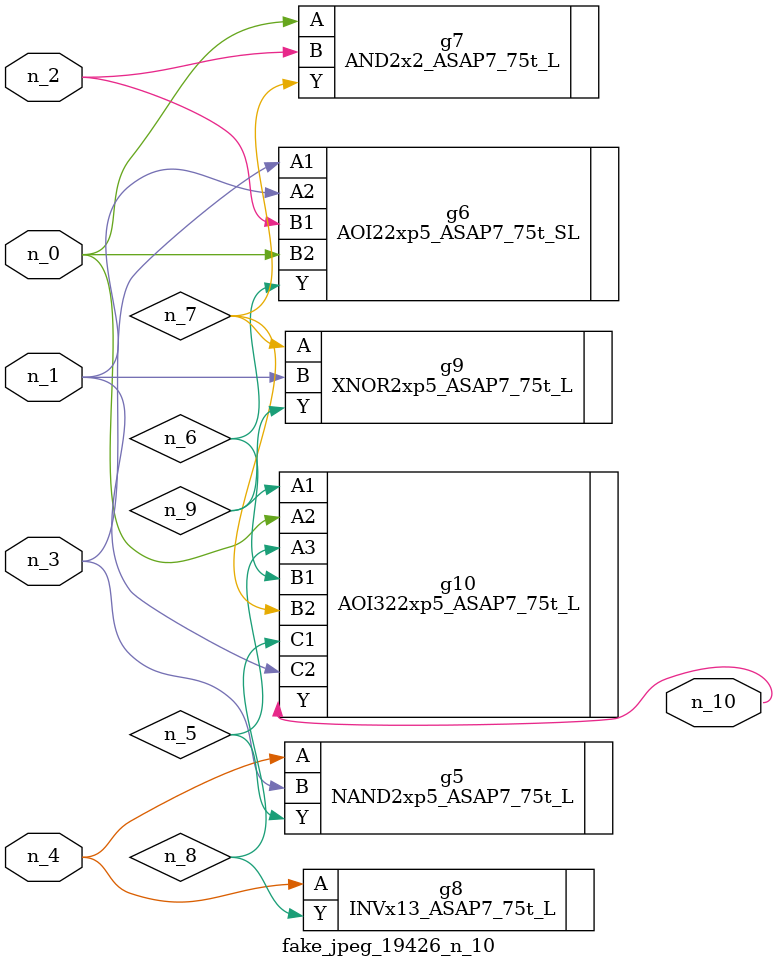
<source format=v>
module fake_jpeg_19426_n_10 (n_3, n_2, n_1, n_0, n_4, n_10);

input n_3;
input n_2;
input n_1;
input n_0;
input n_4;

output n_10;

wire n_8;
wire n_9;
wire n_6;
wire n_5;
wire n_7;

NAND2xp5_ASAP7_75t_L g5 ( 
.A(n_4),
.B(n_3),
.Y(n_5)
);

AOI22xp5_ASAP7_75t_SL g6 ( 
.A1(n_3),
.A2(n_1),
.B1(n_2),
.B2(n_0),
.Y(n_6)
);

AND2x2_ASAP7_75t_L g7 ( 
.A(n_0),
.B(n_2),
.Y(n_7)
);

INVx13_ASAP7_75t_L g8 ( 
.A(n_4),
.Y(n_8)
);

XNOR2xp5_ASAP7_75t_L g9 ( 
.A(n_7),
.B(n_1),
.Y(n_9)
);

AOI322xp5_ASAP7_75t_L g10 ( 
.A1(n_9),
.A2(n_0),
.A3(n_5),
.B1(n_6),
.B2(n_7),
.C1(n_8),
.C2(n_1),
.Y(n_10)
);


endmodule
</source>
